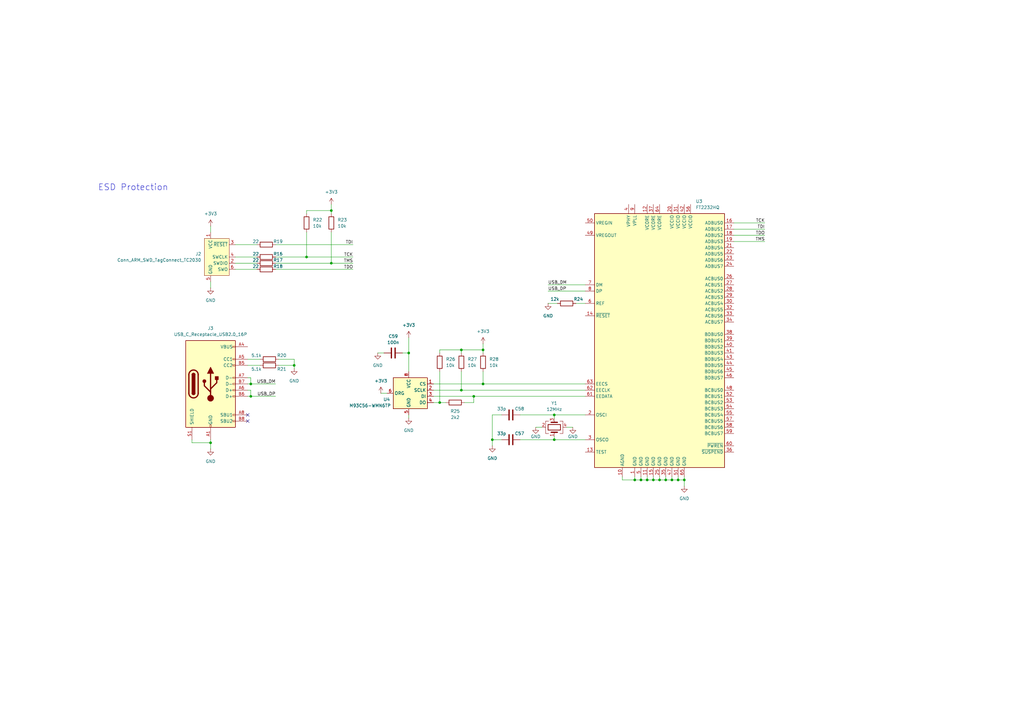
<source format=kicad_sch>
(kicad_sch (version 20250114) (generator "eeschema") (generator_version "9.0")
  (paper "A3")
  (text "< Optional for JTAG w/ built in artix memory" (at -82.55 221.996 0) (effects (font (size 1.27 1.27))))
  (text "< Master SPI M[2:0] 001" (at -92.71 227.584 0) (effects (font (size 1.27 1.27))))
  (text "ESD Protection" (at 54.61 76.962 0) (effects (font (size 2.54 2.54))))
  (junction (at -156.21 187.96))
  (junction (at 194.31 162.56))
  (junction (at 227.33 170.18))
  (junction (at 86.36 181.61))
  (junction (at 120.65 149.86))
  (junction (at 135.89 107.95))
  (junction (at 280.67 196.85))
  (junction (at 260.35 196.85))
  (junction (at 198.12 157.48))
  (junction (at 267.97 196.85))
  (junction (at 201.93 180.34))
  (junction (at 189.23 160.02))
  (junction (at 198.12 143.51))
  (junction (at -113.03 227.33))
  (junction (at 167.64 144.78))
  (junction (at 262.89 196.85))
  (junction (at 278.13 196.85))
  (junction (at 180.34 165.1))
  (junction (at 270.51 196.85))
  (junction (at 275.59 196.85))
  (junction (at 189.23 143.51))
  (junction (at 135.89 86.36))
  (junction (at 125.73 105.41))
  (junction (at 102.87 157.48))
  (junction (at 227.33 180.34))
  (junction (at 273.05 196.85))
  (junction (at 102.87 162.56))
  (junction (at 265.43 196.85))
  (no_connect (at 101.6 170.18))
  (no_connect (at 101.6 172.72))
  (wire (pts (xy 224.79 119.38) (xy 240.03 119.38)))
  (wire (pts (xy 265.43 196.85) (xy 265.43 195.58)))
  (wire (pts (xy 86.36 184.15) (xy 86.36 181.61)))
  (wire (pts (xy 265.43 196.85) (xy 267.97 196.85)))
  (wire (pts (xy 275.59 196.85) (xy 275.59 195.58)))
  (wire (pts (xy 270.51 196.85) (xy 270.51 195.58)))
  (wire (pts (xy 270.51 196.85) (xy 273.05 196.85)))
  (wire (pts (xy 125.73 105.41) (xy 113.03 105.41)))
  (wire (pts (xy 180.34 143.51) (xy 189.23 143.51)))
  (wire (pts (xy 105.41 100.33) (xy 96.52 100.33)))
  (wire (pts (xy 227.33 179.07) (xy 227.33 180.34)))
  (wire (pts (xy 198.12 157.48) (xy 240.03 157.48)))
  (wire (pts (xy -146.05 227.33) (xy -113.03 227.33)))
  (wire (pts (xy 180.34 165.1) (xy 177.8 165.1)))
  (wire (pts (xy 255.27 196.85) (xy 260.35 196.85)))
  (wire (pts (xy -156.21 185.42) (xy -156.21 187.96)))
  (wire (pts (xy 135.89 86.36) (xy 135.89 87.63)))
  (wire (pts (xy 177.8 160.02) (xy 189.23 160.02)))
  (wire (pts (xy 189.23 143.51) (xy 198.12 143.51)))
  (wire (pts (xy 224.79 116.84) (xy 240.03 116.84)))
  (wire (pts (xy 102.87 157.48) (xy 113.03 157.48)))
  (wire (pts (xy -135.89 212.09) (xy -146.05 212.09)))
  (wire (pts (xy -156.21 187.96) (xy -158.75 187.96)))
  (wire (pts (xy 313.69 99.06) (xy 300.99 99.06)))
  (wire (pts (xy 177.8 157.48) (xy 198.12 157.48)))
  (wire (pts (xy 275.59 196.85) (xy 278.13 196.85)))
  (wire (pts (xy 189.23 160.02) (xy 240.03 160.02)))
  (wire (pts (xy 120.65 147.32) (xy 114.3 147.32)))
  (wire (pts (xy 86.36 181.61) (xy 78.74 181.61)))
  (wire (pts (xy 236.22 124.46) (xy 240.03 124.46)))
  (wire (pts (xy 154.94 144.78) (xy 157.48 144.78)))
  (wire (pts (xy 280.67 196.85) (xy 280.67 195.58)))
  (wire (pts (xy 213.36 180.34) (xy 227.33 180.34)))
  (wire (pts (xy -121.92 231.14) (xy -121.92 229.87)))
  (wire (pts (xy 189.23 143.51) (xy 189.23 144.78)))
  (wire (pts (xy 102.87 160.02) (xy 102.87 162.56)))
  (wire (pts (xy 278.13 196.85) (xy 280.67 196.85)))
  (wire (pts (xy 227.33 180.34) (xy 240.03 180.34)))
  (wire (pts (xy 262.89 196.85) (xy 265.43 196.85)))
  (wire (pts (xy 135.89 83.82) (xy 135.89 86.36)))
  (wire (pts (xy 198.12 140.97) (xy 198.12 143.51)))
  (wire (pts (xy 180.34 143.51) (xy 180.34 144.78)))
  (wire (pts (xy 260.35 196.85) (xy 262.89 196.85)))
  (wire (pts (xy 198.12 143.51) (xy 198.12 144.78)))
  (wire (pts (xy 177.8 162.56) (xy 194.31 162.56)))
  (wire (pts (xy -156.21 187.96) (xy -156.21 189.23)))
  (wire (pts (xy -121.92 214.63) (xy -121.92 215.9)))
  (wire (pts (xy 205.74 170.18) (xy 201.93 170.18)))
  (wire (pts (xy -135.89 214.63) (xy -146.05 214.63)))
  (wire (pts (xy 78.74 181.61) (xy 78.74 180.34)))
  (wire (pts (xy 267.97 196.85) (xy 267.97 195.58)))
  (wire (pts (xy 190.5 165.1) (xy 194.31 165.1)))
  (wire (pts (xy 105.41 105.41) (xy 96.52 105.41)))
  (wire (pts (xy 189.23 152.4) (xy 189.23 160.02)))
  (wire (pts (xy 101.6 149.86) (xy 106.68 149.86)))
  (wire (pts (xy -121.92 229.87) (xy -146.05 229.87)))
  (wire (pts (xy 313.69 93.98) (xy 300.99 93.98)))
  (wire (pts (xy -121.92 224.79) (xy -146.05 224.79)))
  (wire (pts (xy 201.93 182.88) (xy 201.93 180.34)))
  (wire (pts (xy 120.65 149.86) (xy 120.65 147.32)))
  (wire (pts (xy 213.36 170.18) (xy 227.33 170.18)))
  (wire (pts (xy 125.73 95.25) (xy 125.73 105.41)))
  (wire (pts (xy -121.92 240.03) (xy -121.92 238.76)))
  (wire (pts (xy 278.13 196.85) (xy 278.13 195.58)))
  (wire (pts (xy 135.89 107.95) (xy 113.03 107.95)))
  (wire (pts (xy 167.64 144.78) (xy 167.64 152.4)))
  (wire (pts (xy 255.27 196.85) (xy 255.27 195.58)))
  (wire (pts (xy 125.73 105.41) (xy 144.78 105.41)))
  (wire (pts (xy 144.78 100.33) (xy 113.03 100.33)))
  (wire (pts (xy 224.79 124.46) (xy 228.6 124.46)))
  (wire (pts (xy 96.52 110.49) (xy 105.41 110.49)))
  (wire (pts (xy 156.21 161.29) (xy 158.75 161.29)))
  (wire (pts (xy 227.33 170.18) (xy 240.03 170.18)))
  (wire (pts (xy 167.64 171.45) (xy 167.64 170.18)))
  (wire (pts (xy -113.03 237.49) (xy -113.03 236.22)))
  (wire (pts (xy 86.36 92.71) (xy 86.36 95.25)))
  (wire (pts (xy 180.34 152.4) (xy 180.34 165.1)))
  (wire (pts (xy 167.64 138.43) (xy 167.64 144.78)))
  (wire (pts (xy 101.6 162.56) (xy 102.87 162.56)))
  (wire (pts (xy 101.6 154.94) (xy 102.87 154.94)))
  (wire (pts (xy 194.31 165.1) (xy 194.31 162.56)))
  (wire (pts (xy 260.35 196.85) (xy 260.35 195.58)))
  (wire (pts (xy -113.03 228.6) (xy -113.03 227.33)))
  (wire (pts (xy -113.03 226.06) (xy -113.03 227.33)))
  (wire (pts (xy 234.95 175.26) (xy 232.41 175.26)))
  (wire (pts (xy 267.97 196.85) (xy 270.51 196.85)))
  (wire (pts (xy 102.87 157.48) (xy 101.6 157.48)))
  (wire (pts (xy 227.33 170.18) (xy 227.33 171.45)))
  (wire (pts (xy 273.05 196.85) (xy 273.05 195.58)))
  (wire (pts (xy 114.3 149.86) (xy 120.65 149.86)))
  (wire (pts (xy 120.65 151.13) (xy 120.65 149.86)))
  (wire (pts (xy 125.73 86.36) (xy 125.73 87.63)))
  (wire (pts (xy 144.78 107.95) (xy 135.89 107.95)))
  (wire (pts (xy 101.6 160.02) (xy 102.87 160.02)))
  (wire (pts (xy -135.89 209.55) (xy -146.05 209.55)))
  (wire (pts (xy 144.78 110.49) (xy 113.03 110.49)))
  (wire (pts (xy 262.89 196.85) (xy 262.89 195.58)))
  (wire (pts (xy -158.75 187.96) (xy -158.75 189.23)))
  (wire (pts (xy 106.68 147.32) (xy 101.6 147.32)))
  (wire (pts (xy 273.05 196.85) (xy 275.59 196.85)))
  (wire (pts (xy 201.93 170.18) (xy 201.93 180.34)))
  (wire (pts (xy -135.89 217.17) (xy -146.05 217.17)))
  (wire (pts (xy 182.88 165.1) (xy 180.34 165.1)))
  (wire (pts (xy 280.67 199.39) (xy 280.67 196.85)))
  (wire (pts (xy 198.12 152.4) (xy 198.12 157.48)))
  (wire (pts (xy 165.1 144.78) (xy 167.64 144.78)))
  (wire (pts (xy 194.31 162.56) (xy 240.03 162.56)))
  (wire (pts (xy 135.89 86.36) (xy 125.73 86.36)))
  (wire (pts (xy 135.89 95.25) (xy 135.89 107.95)))
  (wire (pts (xy 313.69 91.44) (xy 300.99 91.44)))
  (wire (pts (xy -121.92 223.52) (xy -121.92 224.79)))
  (wire (pts (xy 86.36 181.61) (xy 86.36 180.34)))
  (wire (pts (xy 102.87 154.94) (xy 102.87 157.48)))
  (wire (pts (xy 201.93 180.34) (xy 205.74 180.34)))
  (wire (pts (xy 313.69 96.52) (xy 300.99 96.52)))
  (wire (pts (xy 219.71 175.26) (xy 222.25 175.26)))
  (wire (pts (xy -113.03 217.17) (xy -113.03 218.44)))
  (wire (pts (xy 102.87 162.56) (xy 113.03 162.56)))
  (wire (pts (xy 86.36 118.11) (xy 86.36 115.57)))
  (wire (pts (xy 96.52 107.95) (xy 105.41 107.95)))
  (label "TCK" (at 313.69 91.44 180))
  (label "TDI" (at 144.78 100.33 180))
  (label "TDO" (at 313.69 96.52 180))
  (label "TDO" (at 144.78 110.49 180))
  (label "TDI" (at -135.89 209.55 180))
  (label "USB_DP" (at 113.03 162.56 180))
  (label "USB_DM" (at 113.03 157.48 180))
  (label "TDI" (at 313.69 93.98 180))
  (label "TCK" (at 144.78 105.41 180))
  (label "TMS" (at 313.69 99.06 180))
  (label "TMS" (at 144.78 107.95 180))
  (label "TCK" (at -135.89 217.17 180))
  (label "USB_DM" (at 224.79 116.84 0))
  (label "TDO" (at -135.89 212.09 180))
  (label "TMS" (at -135.89 214.63 180))
  (label "USB_DP" (at 224.79 119.38 0))
  (symbol (lib_id "power:GND") (at 234.95 175.26 0) (unit 1)
    (property "Reference" "#PWR049" (effects (hide yes)))
    (property "Value" "GND" (at 234.95 179.07 0))
    (property "Description" "Power symbol creates a global label with name \"GND\" , ground" (effects (hide yes)))
  )
  (symbol (lib_id "power:+3V3") (at 86.36 92.71 0) (unit 1)
    (property "Reference" "#PWR042" (effects (hide yes)))
    (property "Value" "+3V3" (at 86.36 87.63 0))
    (property "Description" "Power symbol creates a global label with name \"+3V3\"" (effects (hide yes)))
  )
  (symbol (lib_id "Device:R") (at 198.12 148.59 0) (unit 1)
    (property "Reference" "R28" (at 200.66 147.3199 0) (effects (justify left)))
    (property "Value" "10k" (at 200.66 149.8599 0) (effects (justify left)))
    (property "Description" "Resistor" (effects (hide yes)))
  )
  (symbol (lib_id "Device:Crystal_GND24") (at 227.33 175.26 90) (unit 1)
    (property "Reference" "Y1" (at 227.33 165.354 90))
    (property "Value" "12MHz" (at 227.33 167.894 90))
    (property "Description" "Four pin crystal, GND on pins 2 and 4" (effects (hide yes)))
    (property "MPN" "X322512MSB4SI" (effects (hide yes)))
    (property "LCSC" "C9002" (effects (hide yes)))
  )
  (symbol (lib_id "power:GND") (at 120.65 151.13 0) (unit 1)
    (property "Reference" "#PWR045" (effects (hide yes)))
    (property "Value" "GND" (at 120.65 156.21 0))
    (property "Description" "Power symbol creates a global label with name \"GND\" , ground" (effects (hide yes)))
  )
  (symbol (lib_id "power:GND") (at 154.94 144.78 0) (unit 1)
    (property "Reference" "#PWR055" (effects (hide yes)))
    (property "Value" "GND" (at 154.94 149.86 0))
    (property "Description" "Power symbol creates a global label with name \"GND\" , ground" (effects (hide yes)))
  )
  (symbol (lib_id "power:GND") (at -113.03 237.49 0) (unit 1)
    (property "Reference" "#PWR040" (effects (hide yes)))
    (property "Value" "GND" (at -113.03 242.57 0))
    (property "Description" "Power symbol creates a global label with name \"GND\" , ground" (effects (hide yes)))
  )
  (symbol (lib_id "Device:C") (at 161.29 144.78 90) (unit 1)
    (property "Reference" "C59" (at 161.29 137.922 90))
    (property "Value" "100n" (at 161.29 140.462 90))
    (property "Description" "Unpolarized capacitor" (effects (hide yes)))
  )
  (symbol (lib_id "power:GND") (at 280.67 199.39 0) (unit 1)
    (property "Reference" "#PWR047" (effects (hide yes)))
    (property "Value" "GND" (at 280.67 204.47 0))
    (property "Description" "Power symbol creates a global label with name \"GND\" , ground" (effects (hide yes)))
  )
  (symbol (lib_id "Device:R") (at -113.03 222.25 0) (unit 1) (dnp yes)
    (property "Reference" "R15" (at -110.49 220.9799 0) (effects (justify left)))
    (property "Value" "1k" (at -110.49 223.5199 0) (effects (justify left)))
    (property "Description" "Resistor" (effects (hide yes)))
  )
  (symbol (lib_id "power:+3V3") (at -156.21 185.42 0) (unit 1)
    (property "Reference" "#PWR038" (effects (hide yes)))
    (property "Value" "+3V3" (at -156.21 180.34 0))
    (property "Description" "Power symbol creates a global label with name \"+3V3\"" (effects (hide yes)))
  )
  (symbol (lib_id "power:GND") (at 86.36 184.15 0) (unit 1)
    (property "Reference" "#PWR044" (effects (hide yes)))
    (property "Value" "GND" (at 86.36 189.23 0))
    (property "Description" "Power symbol creates a global label with name \"GND\" , ground" (effects (hide yes)))
  )
  (symbol (lib_id "Device:R") (at 125.73 91.44 0) (unit 1)
    (property "Reference" "R22" (at 128.27 90.1699 0) (effects (justify left)))
    (property "Value" "10k" (at 128.27 92.7099 0) (effects (justify left)))
    (property "Description" "Resistor" (effects (hide yes)))
  )
  (symbol (lib_id "Device:R") (at 109.22 107.95 90) (unit 1)
    (property "Reference" "R17" (at 114.046 106.68 90))
    (property "Value" "22" (at 104.902 106.68 90))
    (property "Description" "Resistor" (effects (hide yes)))
  )
  (symbol (lib_id "power:+3V3") (at 156.21 161.29 0) (unit 1)
    (property "Reference" "#PWR054" (effects (hide yes)))
    (property "Value" "+3V3" (at 156.21 156.21 0))
    (property "Description" "Power symbol creates a global label with name \"+3V3\"" (effects (hide yes)))
  )
  (symbol (lib_id "Interface_USB:FT2232HQ") (at 270.51 139.7 0) (unit 1)
    (property "Reference" "U3" (at 285.3533 82.55 0) (effects (justify left)))
    (property "Value" "FT2232HQ" (at 285.3533 85.09 0) (effects (justify left)))
    (property "Footprint" "Package_DFN_QFN:QFN-64-1EP_9x9mm_P0.5mm_EP4.35x4.35mm" (effects (hide yes)))
    (property "Datasheet" "https://www.ftdichip.com/Support/Documents/DataSheets/ICs/DS_FT2232H.pdf" (effects (hide yes)))
    (property "Description" "Hi Speed Double Channel USB UART/FIFO, QFN-64" (effects (hide yes)))
  )
  (symbol (lib_id "Device:R") (at 110.49 149.86 90) (unit 1)
    (property "Reference" "R21" (at 115.57 151.384 90))
    (property "Value" "5.1k" (at 105.156 151.384 90))
    (property "Description" "Resistor" (effects (hide yes)))
  )
  (symbol (lib_id "Device:R") (at 109.22 110.49 90) (unit 1)
    (property "Reference" "R18" (at 114.046 109.22 90))
    (property "Value" "22" (at 104.902 109.22 90))
    (property "Description" "Resistor" (effects (hide yes)))
  )
  (symbol (lib_id "Device:R") (at -121.92 234.95 0) (unit 1)
    (property "Reference" "R3" (at -119.38 233.6799 0) (effects (justify left)))
    (property "Value" "1k" (at -119.38 236.2199 0) (effects (justify left)))
    (property "Description" "Resistor" (effects (hide yes)))
  )
  (symbol (lib_id "power:GND") (at -121.92 240.03 0) (unit 1)
    (property "Reference" "#PWR036" (effects (hide yes)))
    (property "Value" "GND" (at -121.92 245.11 0))
    (property "Description" "Power symbol creates a global label with name \"GND\" , ground" (effects (hide yes)))
  )
  (symbol (lib_id "FPGA Accelerator:M93C56-WMN6TP") (at 167.64 162.56 0) (unit 1)
    (property "Reference" "U4" (at 157.226 163.83 0) (effects (justify left)))
    (property "Value" "M93C56-WMN6TP" (at 143.256 166.37 0) (effects (justify left)))
    (property "Footprint" "Package_SO:SOIC-8_3.9x4.9mm_P1.27mm" (effects (hide yes)))
    (property "Datasheet" "http://ww1.microchip.com/downloads/en/DeviceDoc/20001749K.pdf" (effects (hide yes)))
    (property "Description" "Serial EEPROM, 93 Series, with ORG Pin, 5.0V, DIP-8/SOIC-8" (effects (hide yes)))
  )
  (symbol (lib_id "Device:R") (at 232.41 124.46 90) (unit 1)
    (property "Reference" "R24" (at 237.236 122.682 90))
    (property "Value" "12k" (at 227.584 122.682 90))
    (property "Description" "Resistor" (effects (hide yes)))
  )
  (symbol (lib_id "Device:R") (at 109.22 105.41 90) (unit 1)
    (property "Reference" "R16" (at 114.046 104.14 90))
    (property "Value" "22" (at 104.902 104.14 90))
    (property "Description" "Resistor" (effects (hide yes)))
  )
  (symbol (lib_id "FPGA Accelerator:XC7A50T-FGG484") (at -184.15 229.87 0) (unit 6)
    (property "Reference" "U1" (at -217.17 231.7749 0) (effects (justify right)))
    (property "Value" "XC7A50T-FGG484" (at -217.17 234.3149 0) (effects (justify right)))
    (property "Description" "Artix 7 T 50 XC7A50T-FGG484" (effects (hide yes)))
  )
  (symbol (lib_id "Device:C") (at 209.55 170.18 90) (unit 1)
    (property "Reference" "C58" (at 213.106 167.64 90))
    (property "Value" "33p" (at 205.74 167.64 90))
    (property "Description" "Unpolarized capacitor" (effects (hide yes)))
  )
  (symbol (lib_id "power:GND") (at 201.93 182.88 0) (unit 1)
    (property "Reference" "#PWR051" (effects (hide yes)))
    (property "Value" "GND" (at 201.93 187.96 0))
    (property "Description" "Power symbol creates a global label with name \"GND\" , ground" (effects (hide yes)))
  )
  (symbol (lib_id "Device:R") (at 109.22 100.33 90) (unit 1)
    (property "Reference" "R19" (at 114.046 99.06 90))
    (property "Value" "22" (at 104.902 99.06 90))
    (property "Description" "Resistor" (effects (hide yes)))
  )
  (symbol (lib_id "power:+3V3") (at 167.64 138.43 0) (unit 1)
    (property "Reference" "#PWR053" (effects (hide yes)))
    (property "Value" "+3V3" (at 167.64 133.35 0))
    (property "Description" "Power symbol creates a global label with name \"+3V3\"" (effects (hide yes)))
  )
  (symbol (lib_id "Device:R") (at 180.34 148.59 0) (unit 1)
    (property "Reference" "R26" (at 182.88 147.3199 0) (effects (justify left)))
    (property "Value" "10k" (at 182.88 149.8599 0) (effects (justify left)))
    (property "Description" "Resistor" (effects (hide yes)))
  )
  (symbol (lib_id "Device:R") (at 135.89 91.44 0) (unit 1)
    (property "Reference" "R23" (at 138.43 90.1699 0) (effects (justify left)))
    (property "Value" "10k" (at 138.43 92.7099 0) (effects (justify left)))
    (property "Description" "Resistor" (effects (hide yes)))
  )
  (symbol (lib_id "power:GND") (at 219.71 175.26 0) (mirror y) (unit 1)
    (property "Reference" "#PWR050" (effects (hide yes)))
    (property "Value" "GND" (at 219.71 179.07 0))
    (property "Description" "Power symbol creates a global label with name \"GND\" , ground" (effects (hide yes)))
  )
  (symbol (lib_id "power:+3V3") (at -113.03 217.17 0) (unit 1)
    (property "Reference" "#PWR041" (effects (hide yes)))
    (property "Value" "+3V3" (at -113.03 212.09 0))
    (property "Description" "Power symbol creates a global label with name \"+3V3\"" (effects (hide yes)))
  )
  (symbol (lib_id "power:+3V3") (at 135.89 83.82 0) (unit 1)
    (property "Reference" "#PWR046" (effects (hide yes)))
    (property "Value" "+3V3" (at 135.89 78.74 0))
    (property "Description" "Power symbol creates a global label with name \"+3V3\"" (effects (hide yes)))
  )
  (symbol (lib_id "power:+3V3") (at -121.92 214.63 0) (unit 1)
    (property "Reference" "#PWR037" (effects (hide yes)))
    (property "Value" "+3V3" (at -121.92 209.55 0))
    (property "Description" "Power symbol creates a global label with name \"+3V3\"" (effects (hide yes)))
  )
  (symbol (lib_id "Device:R") (at -113.03 232.41 0) (unit 1)
    (property "Reference" "R14" (at -110.49 231.1399 0) (effects (justify left)))
    (property "Value" "1k" (at -110.49 233.6799 0) (effects (justify left)))
    (property "Description" "Resistor" (effects (hide yes)))
  )
  (symbol (lib_id "power:GND") (at 167.64 171.45 0) (unit 1)
    (property "Reference" "#PWR052" (effects (hide yes)))
    (property "Value" "GND" (at 167.64 176.53 0))
    (property "Description" "Power symbol creates a global label with name \"GND\" , ground" (effects (hide yes)))
  )
  (symbol (lib_id "Connector:USB_C_Receptacle_USB2.0_16P") (at 86.36 157.48 0) (unit 1)
    (property "Reference" "J3" (at 86.36 134.62 0))
    (property "Value" "USB_C_Receptacle_USB2.0_16P" (at 86.36 137.16 0))
    (property "Footprint" "Connector_USB:USB_C_Receptacle_HRO_TYPE-C-31-M-12" (effects (hide yes)))
    (property "Datasheet" "https://www.usb.org/sites/default/files/documents/usb_type-c.zip" (effects (hide yes)))
    (property "Description" "USB 2.0-only 16P Type-C Receptacle connector" (effects (hide yes)))
  )
  (symbol (lib_id "Device:R") (at 110.49 147.32 90) (mirror x) (unit 1)
    (property "Reference" "R20" (at 115.57 145.796 90))
    (property "Value" "5.1k" (at 105.156 145.796 90))
    (property "Description" "Resistor" (effects (hide yes)))
  )
  (symbol (lib_id "Device:C") (at 209.55 180.34 90) (unit 1)
    (property "Reference" "C57" (at 213.106 177.8 90))
    (property "Value" "33p" (at 205.74 177.8 90))
    (property "Description" "Unpolarized capacitor" (effects (hide yes)))
  )
  (symbol (lib_id "Device:R") (at 189.23 148.59 0) (unit 1)
    (property "Reference" "R27" (at 191.77 147.3199 0) (effects (justify left)))
    (property "Value" "10k" (at 191.77 149.8599 0) (effects (justify left)))
    (property "Description" "Resistor" (effects (hide yes)))
  )
  (symbol (lib_id "power:GND") (at 86.36 118.11 0) (unit 1)
    (property "Reference" "#PWR043" (effects (hide yes)))
    (property "Value" "GND" (at 86.36 123.19 0))
    (property "Description" "Power symbol creates a global label with name \"GND\" , ground" (effects (hide yes)))
  )
  (symbol (lib_id "Device:R") (at 186.69 165.1 90) (unit 1)
    (property "Reference" "R25" (at 186.69 168.656 90))
    (property "Value" "2k2" (at 186.69 171.196 90))
    (property "Description" "Resistor" (effects (hide yes)))
  )
  (symbol (lib_id "power:+3V3") (at 198.12 140.97 0) (unit 1)
    (property "Reference" "#PWR056" (effects (hide yes)))
    (property "Value" "+3V3" (at 198.12 135.89 0))
    (property "Description" "Power symbol creates a global label with name \"+3V3\"" (effects (hide yes)))
  )
  (symbol (lib_id "power:GND") (at 224.79 124.46 0) (unit 1)
    (property "Reference" "#PWR048" (effects (hide yes)))
    (property "Value" "GND" (at 224.79 129.54 0))
    (property "Description" "Power symbol creates a global label with name \"GND\" , ground" (effects (hide yes)))
  )
  (symbol (lib_id "Connector:Conn_ARM_SWD_TagConnect_TC2030") (at 88.9 105.41 0) (unit 1) (in_bom no)
    (property "Reference" "J2" (at 82.55 104.1399 0) (effects (justify right)))
    (property "Value" "Conn_ARM_SWD_TagConnect_TC2030" (at 82.55 106.6799 0) (effects (justify right)))
    (property "Footprint" "Connector:Tag-Connect_TC2030-IDC-FP_2x03_P1.27mm_Vertical" (effects (hide yes)))
    (property "Datasheet" "https://www.tag-connect.com/wp-content/uploads/bsk-pdf-manager/TC2030-CTX_1.pdf" (effects (hide yes)))
    (property "Description" "Tag-Connect ARM Cortex SWD JTAG connector, 6 pin" (effects (hide yes)))
  )
  (symbol (lib_id "Device:R") (at -121.92 219.71 0) (unit 1)
    (property "Reference" "R2" (at -119.38 218.4399 0) (effects (justify left)))
    (property "Value" "1k" (at -119.38 220.9799 0) (effects (justify left)))
    (property "Description" "Resistor" (effects (hide yes)))
  )
)
</source>
